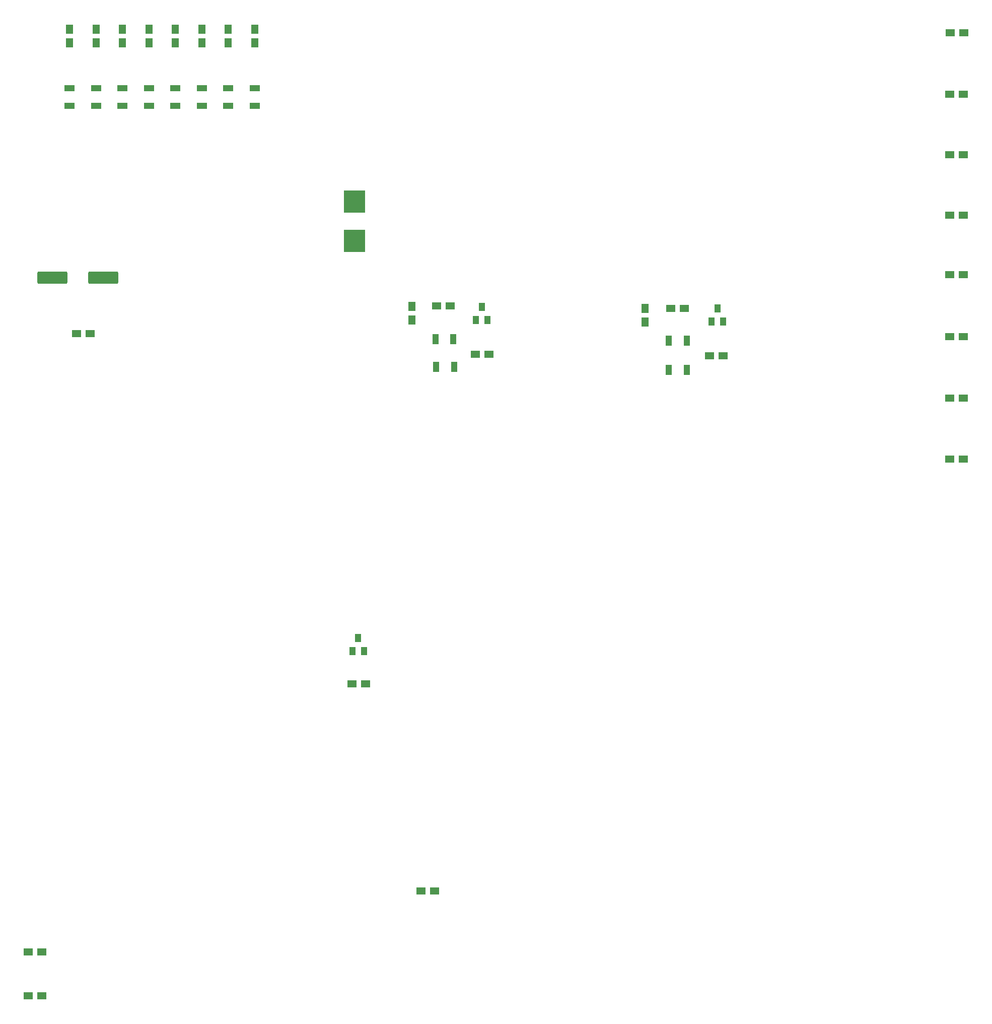
<source format=gtp>
G04*
G04 #@! TF.GenerationSoftware,Altium Limited,Altium Designer,23.1.1 (15)*
G04*
G04 Layer_Color=8421504*
%FSLAX44Y44*%
%MOMM*%
G71*
G04*
G04 #@! TF.SameCoordinates,AA1C95EE-6770-4743-BBAD-D3AA2F0EE2A5*
G04*
G04*
G04 #@! TF.FilePolarity,Positive*
G04*
G01*
G75*
G04:AMPARAMS|DCode=17|XSize=5.06mm|YSize=2.11mm|CornerRadius=0.2637mm|HoleSize=0mm|Usage=FLASHONLY|Rotation=0.000|XOffset=0mm|YOffset=0mm|HoleType=Round|Shape=RoundedRectangle|*
%AMROUNDEDRECTD17*
21,1,5.0600,1.5825,0,0,0.0*
21,1,4.5325,2.1100,0,0,0.0*
1,1,0.5275,2.2663,-0.7913*
1,1,0.5275,-2.2663,-0.7913*
1,1,0.5275,-2.2663,0.7913*
1,1,0.5275,2.2663,0.7913*
%
%ADD17ROUNDEDRECTD17*%
%ADD18R,1.5240X1.2700*%
%ADD19R,1.2700X1.5240*%
%ADD20R,1.0000X1.4000*%
%ADD21R,1.0100X1.7300*%
%ADD22R,3.5560X3.8100*%
%ADD23R,1.7300X1.0100*%
D17*
X239600Y1350010D02*
D03*
X154100D02*
D03*
D18*
X217170Y1256030D02*
D03*
X194310D02*
D03*
X113030Y217170D02*
D03*
X135890D02*
D03*
X680720Y668020D02*
D03*
X657860D02*
D03*
X1258570Y1218946D02*
D03*
X1281430D02*
D03*
X1216660Y1298780D02*
D03*
X1193800D02*
D03*
X822960Y1303020D02*
D03*
X800100D02*
D03*
X113030Y143510D02*
D03*
X135890D02*
D03*
X887730Y1221740D02*
D03*
X864870D02*
D03*
X1685290Y1658620D02*
D03*
X1662430D02*
D03*
X1685290Y1557020D02*
D03*
X1662430D02*
D03*
X1685290Y1455420D02*
D03*
X1662430D02*
D03*
X1685290Y1045210D02*
D03*
X1662430D02*
D03*
X1685290Y1148080D02*
D03*
X1662430D02*
D03*
X1685290Y1250950D02*
D03*
X1662430D02*
D03*
X1685290Y1355090D02*
D03*
X1662430D02*
D03*
X796290Y320040D02*
D03*
X773430D02*
D03*
X1686560Y1761490D02*
D03*
X1663700D02*
D03*
D19*
X494030Y1744980D02*
D03*
Y1767840D02*
D03*
X405130Y1744980D02*
D03*
Y1767840D02*
D03*
X449580Y1744980D02*
D03*
Y1767840D02*
D03*
X1150620Y1298780D02*
D03*
Y1275920D02*
D03*
X758190Y1301750D02*
D03*
Y1278890D02*
D03*
X271780Y1744980D02*
D03*
Y1767840D02*
D03*
X316230Y1744980D02*
D03*
Y1767840D02*
D03*
X360680Y1744980D02*
D03*
Y1767840D02*
D03*
X227330Y1744980D02*
D03*
Y1767840D02*
D03*
X182880Y1744980D02*
D03*
Y1767840D02*
D03*
D20*
X668020Y745060D02*
D03*
X677520Y723060D02*
D03*
X658520D02*
D03*
X1271880Y1298780D02*
D03*
X1281380Y1276780D02*
D03*
X1262380D02*
D03*
X875690Y1301320D02*
D03*
X885190Y1279320D02*
D03*
X866190D02*
D03*
D21*
X1190130Y1244600D02*
D03*
X1220330D02*
D03*
X1220330Y1195070D02*
D03*
X1190130D02*
D03*
X829170Y1200150D02*
D03*
X798970D02*
D03*
X797700Y1247140D02*
D03*
X827900D02*
D03*
D22*
X661670Y1412240D02*
D03*
Y1478240D02*
D03*
D23*
X449580Y1668780D02*
D03*
Y1638580D02*
D03*
X182880Y1668780D02*
D03*
Y1638580D02*
D03*
X227330Y1668780D02*
D03*
Y1638580D02*
D03*
X271780Y1668780D02*
D03*
Y1638580D02*
D03*
X316230Y1668780D02*
D03*
Y1638580D02*
D03*
X360680Y1668780D02*
D03*
Y1638580D02*
D03*
X405130Y1668780D02*
D03*
Y1638580D02*
D03*
X494030Y1668780D02*
D03*
Y1638580D02*
D03*
M02*

</source>
